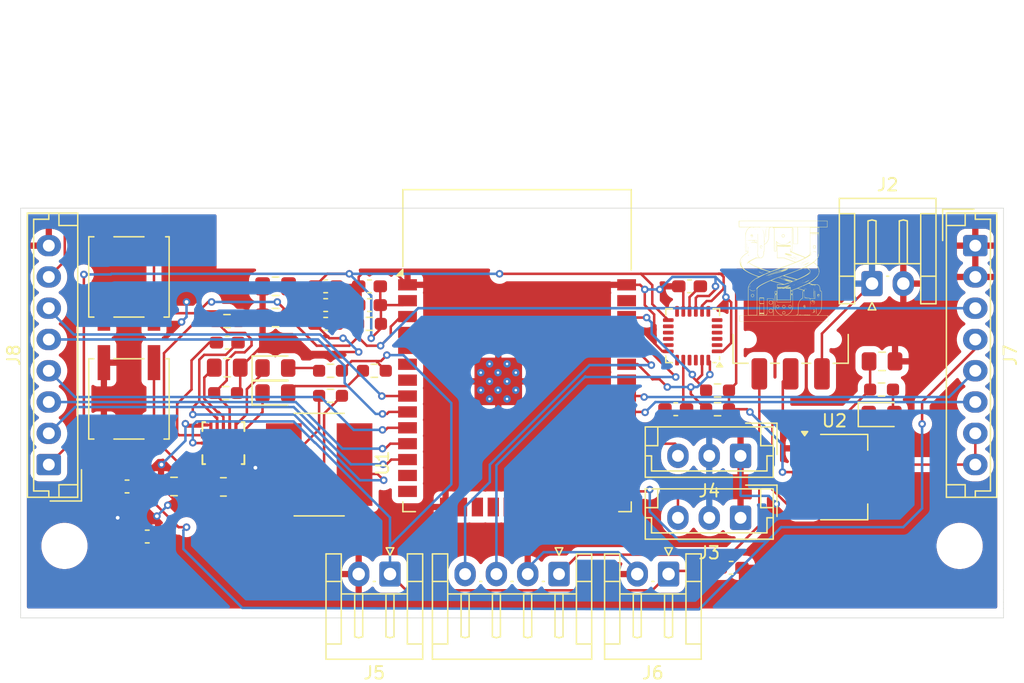
<source format=kicad_pcb>
(kicad_pcb (version 20240108) (generator "pcbnew") (generator_version "8.0")
  (layers (0 "F.Cu" signal) (31 "B.Cu" signal) (34 "B.Paste" user) (35 "F.Paste" user) (36 "B.SilkS" user "B.Silkscreen") (37 "F.SilkS" user "F.Silkscreen") (38 "B.Mask" user) (39 "F.Mask" user) (44 "Edge.Cuts" user))
  (net 0 "")
  (net 2 "GND")
  (net 3 "Net-(SW3-B)")
  (net 5 "VCC")
  (net 6 "Net-(U3-SW)")
  (net 7 "Net-(U3-BST)")
  (net 10 "+3.3V")
  (net 11 "+7.5V")
  (net 13 "Net-(U3-TMR)")
  (net 14 "EN")
  (net 15 "Net-(U3-VCC)")
  (net 19 "Net-(U4-REGOUT)")
  (net 23 "Net-(U4-CPOUT)")
  (net 25 "Net-(D2-A)")
  (net 26 "Net-(D2-K)")
  (net 28 "Net-(D3-K)")
  (net 29 "Net-(D3-A)")
  (net 31 "RX")
  (net 35 "BOOT")
  (net 36 "+5V")
  (net 37 "Net-(D1-A)")
  (net 38 "TX")
  (net 39 "MOTOR_H")
  (net 40 "MOTOR_V")
  (net 41 "RX2")
  (net 42 "TX2")
  (net 43 "IO32")
  (net 44 "IO33")
  (net 45 "IO27")
  (net 46 "IO26")
  (net 47 "IO25")
  (net 49 "Net-(U3-CSP)")
  (net 50 "Net-(U3-NTC)")
  (net 51 "Net-(U3-*EN)")
  (net 52 "SCL")
  (net 53 "SDA")
  (footprint "Connector_JST:JST_EH_S2B-EH_1x02_P2.50mm_Horizontal" (layer "F.Cu") (at 117.25 143.75 180)
    (property "Reference" "J5")
    (property "Value" "Conn_01x02_Socket")
  )
  (footprint "Resistor_SMD:R_0603_1608Metric_Pad0.98x0.95mm_HandSolder" (layer "F.Cu") (at 116 127.5 180)
    (property "Reference" "R4" (hide yes))
    (property "Value" "1K")
  )
  (footprint "LED_SMD:LED_0805_2012Metric_Pad1.15x1.40mm_HandSolder" (layer "F.Cu") (at 108.094 129.2813)
    (property "Reference" "D3" (hide yes))
    (property "Value" "LED")
  )
  (footprint "Resistor_SMD:R_0603_1608Metric_Pad0.98x0.95mm_HandSolder" (layer "F.Cu") (at 112.5 129.5)
    (property "Reference" "R5" (hide yes))
    (property "Value" "50m")
  )
  (footprint "Capacitor_SMD:C_0805_2012Metric_Pad1.18x1.45mm_HandSolder" (layer "F.Cu") (at 108.1125 123.25)
    (property "Reference" "C3" (hide yes))
    (property "Value" "1uF")
  )
  (footprint "RF_Module:ESP32-WROOM-32D" (layer "F.Cu") (at 127.4 128.88)
    (property "Reference" "U1")
    (property "Value" "ESP32-WROOM-32E")
  )
  (footprint "Resistor_SMD:R_0603_1608Metric_Pad0.98x0.95mm_HandSolder" (layer "F.Cu") (at 143.4125 130.575 180)
    (property "Reference" "R10" (hide yes))
    (property "Value" "4.7k")
  )
  (footprint "Capacitor_SMD:C_0805_2012Metric_Pad1.18x1.45mm_HandSolder" (layer "F.Cu") (at 100 136.75)
    (property "Reference" "C12" (hide yes))
    (property "Value" "1uF")
  )
  (footprint "Capacitor_SMD:C_0603_1608Metric_Pad1.08x0.95mm_HandSolder" (layer "F.Cu") (at 144.5 143.25)
    (property "Reference" "C8" (hide yes))
    (property "Value" "22uF")
  )
  (footprint "Capacitor_SMD:C_0603_1608Metric_Pad1.08x0.95mm_HandSolder" (layer "F.Cu") (at 112.1125 120.75 180)
    (property "Reference" "C13" (hide yes))
    (property "Value" "0.1uF")
  )
  (footprint "Capacitor_SMD:C_0603_1608Metric_Pad1.08x0.95mm_HandSolder" (layer "F.Cu") (at 112.1125 122.25 180)
    (property "Reference" "C14" (hide yes))
    (property "Value" "0.1uF")
  )
  (footprint "LED_SMD:LED_0805_2012Metric_Pad1.15x1.40mm_HandSolder" (layer "F.Cu") (at 156.5125 131)
    (property "Reference" "D1" (hide yes))
    (property "Value" "LED")
  )
  (footprint "Resistor_SMD:R_0603_1608Metric_Pad0.98x0.95mm_HandSolder" (layer "F.Cu") (at 115.6125 123.75 180)
    (property "Reference" "R1" (hide yes))
    (property "Value" "10k")
  )
  (footprint "Resistor_SMD:R_0603_1608Metric_Pad0.98x0.95mm_HandSolder" (layer "F.Cu") (at 143.4125 129.075 180)
    (property "Reference" "R9" (hide yes))
    (property "Value" "4.7k")
  )
  (footprint "Connector_JST:JST_EH_S2B-EH_1x02_P2.50mm_Horizontal" (layer "F.Cu") (at 155.75 120.5325)
    (property "Reference" "J2")
    (property "Value" "Conn_01x02_Socket")
  )
  (footprint "Connector_JST:JST_EH_B3B-EH-A_1x03_P2.50mm_Vertical" (layer "F.Cu") (at 145.25 134.3 180)
    (property "Reference" "J4")
    (property "Value" "Conn_01x03_Socket")
  )
  (footprint "Connector_JST:JST_EH_B8B-EH-A_1x08_P2.50mm_Vertical" (layer "F.Cu") (at 90 135 90)
    (property "Reference" "J8")
    (property "Value" "Conn_01x08_Socket")
  )
  (footprint "Inductor_SMD:L_Bourns_SRN8040TA" (layer "F.Cu") (at 111.594 135 180)
    (property "Reference" "L1" (hide yes))
    (property "Value" "6.8uH")
  )
  (footprint "Button_Switch_SMD:SW_Push_1P1T_NO_CK_KSC6xxJ" (layer "F.Cu") (at 96.4 129.75 90)
    (property "Reference" "SW2" (hide yes))
    (property "Value" "SW_Push")
  )
  (footprint "Connector_JST:JST_EH_B3B-EH-A_1x03_P2.50mm_Vertical" (layer "F.Cu") (at 145.25 139.25 180)
    (property "Reference" "J3")
    (property "Value" "Conn_01x03_Socket")
  )
  (footprint "Capacitor_SMD:C_0603_1608Metric_Pad1.08x0.95mm_HandSolder" (layer "F.Cu") (at 140.075 130.575 180)
    (property "Reference" "C16" (hide yes))
    (property "Value" "220pF")
  )
  (footprint "LED_SMD:LED_0805_2012Metric_Pad1.15x1.40mm_HandSolder" (layer "F.Cu") (at 108.094 127.2813)
    (property "Reference" "D2" (hide yes))
    (property "Value" "LED")
  )
  (footprint "Connector_JST:JST_EH_S4B-EH_1x04_P2.50mm_Horizontal" (layer "F.Cu") (at 130.75 143.75 180)
    (property "Reference" "J1" (hide yes))
    (property "Value" "Conn_01x04_Socket")
  )
  (footprint "Capacitor_SMD:C_0603_1608Metric_Pad1.08x0.95mm_HandSolder" (layer "F.Cu") (at 115.6125 120.75 180)
    (property "Reference" "C1" (hide yes))
    (property "Value" "22uF")
  )
  (footprint "Capacitor_SMD:C_0603_1608Metric_Pad1.08x0.95mm_HandSolder" (layer "F.Cu") (at 112.1125 123.75 180)
    (property "Reference" "C6" (hide yes))
    (property "Value" "0.1uF")
  )
  (footprint "Button_Switch_SMD:SW_Push_1P1T_NO_CK_KSC6xxJ" (layer "F.Cu") (at 96.4 120 90)
    (property "Reference" "SW1" (hide yes))
    (property "Value" "SW_Push")
  )
  (footprint "Capacitor_SMD:C_0805_2012Metric_Pad1.18x1.45mm_HandSolder" (layer "F.Cu") (at 156.55 126.75)
    (property "Reference" "C4" (hide yes))
    (property "Value" "10uF")
  )
  (footprint "LOGO" (layer "F.Cu") (at 148.75 119.75)
    (property "Reference" "G***" (hide yes))
    (property "Value" "LOGO" (hide yes))
  )
  (footprint "Resistor_SMD:R_0603_1608Metric_Pad0.98x0.95mm_HandSolder" (layer "F.Cu") (at 112.5 127.5 180)
    (property "Reference" "R3" (hide yes))
    (property "Value" "1K")
  )
  (footprint "Resistor_SMD:R_0603_1608Metric_Pad0.98x0.95mm_HandSolder" (layer "F.Cu") (at 104.119 129.2813)
    (property "Reference" "R7" (hide yes))
    (property "Value" "10k")
  )
  (footprint "Capacitor_SMD:C_0603_1608Metric_Pad1.08x0.95mm_HandSolder" (layer "F.Cu") (at 104.25 125.25 180)
    (property "Reference" "C9" (hide yes))
    (property "Value" "0.1uF")
  )
  (footprint "Sensor_Motion:InvenSense_QFN-24_4x4mm_P0.5mm" (layer "F.Cu") (at 141.4265 124.7 180)
    (property "Reference" "U4" (hide yes))
    (property "Value" "MPU-6050")
  )
  (footprint "Capacitor_SMD:C_0603_1608Metric_Pad1.08x0.95mm_HandSolder" (layer "F.Cu") (at 115.6125 122.25 180)
    (property "Reference" "C2" (hide yes))
    (property "Value" "0.1uF")
  )
  (footprint "Capacitor_SMD:C_0603_1608Metric_Pad1.08x0.95mm_HandSolder" (layer "F.Cu") (at 141.1765 120.75)
    (property "Reference" "C15" (hide yes))
    (property "Value" "0.1uF")
  )
  (footprint "Package_TO_SOT_SMD:SOT-223-3_TabPin2" (layer "F.Cu") (at 153.5 136)
    (property "Reference" "U2")
    (property "Value" "AMS1117-3.3")
  )
  (footprint "Capacitor_SMD:C_0603_1608Metric_Pad1.08x0.95mm_HandSolder" (layer "F.Cu") (at 97.8625 140.75)
    (property "Reference" "C10" (hide yes))
    (property "Value" "22uF")
  )
  (footprint "Button_Switch_SMD:SW_SPDT_CK_JS102011SAQN" (layer "F.Cu") (at 149.25 125 180)
    (property "Reference" "SW3" (hide yes))
    (property "Value" "SW_SPDT")
  )
  (footprint "MountingHole:MountingHole_3.2mm_M3" (layer "F.Cu") (at 91.25 141.5)
    (property "Reference" "H1" (hide yes))
    (property "Value" "MountingHole")
  )
  (footprint "Resistor_SMD:R_0805_2012Metric_Pad1.20x1.40mm_HandSolder" (layer "F.Cu") (at 103.944 136.7813 180)
    (property "Reference" "R8" (hide yes))
    (property "Value" "100k")
  )
  (footprint "MountingHole:MountingHole_3.2mm_M3" (layer "F.Cu") (at 162.75 141.5)
    (property "Reference" "H2" (hide yes))
    (property "Value" "MountingHole")
  )
  (footprint "Connector_JST:JST_EH_S2B-EH_1x02_P2.50mm_Horizontal" (layer "F.Cu") (at 139.5 143.75 180)
    (property "Reference" "J6")
    (property "Value" "Conn_01x02_Socket")
  )
  (footprint "Capacitor_SMD:C_0805_2012Metric_Pad1.18x1.45mm_HandSolder" (layer "F.Cu") (at 108.1125 120.75 180)
    (property "Reference" "C5" (hide yes))
    (property "Value" "10uF")
  )
  (footprint "Resistor_SMD:R_0603_1608Metric_Pad0.98x0.95mm_HandSolder" (layer "F.Cu") (at 156.5125 129)
    (property "Reference" "R2" (hide yes))
    (property "Value" "1K")
  )
  (footprint "MP2615:QFN-3x3_MP2615_MNP" (layer "F.Cu") (at 103.944 133.2813)
    (property "Reference" "U3" (hide yes))
    (property "Value" "MP2615GQ-P")
  )
  (footprint "Resistor_SMD:R_0603_1608Metric_Pad0.98x0.95mm_HandSolder" (layer "F.Cu") (at 104.2315 123.5313 180)
    (property "Reference" "R6" (hide yes))
    (property "Value" "10k")
  )
  (footprint "Capacitor_SMD:C_0805_2012Metric_Pad1.18x1.45mm_HandSolder" (layer "F.Cu") (at 104.25 127.25)
    (property "Reference" "C11" (hide yes))
    (property "Value" "1uF")
  )
  (footprint "Connector_JST:JST_EH_B8B-EH-A_1x08_P2.50mm_Vertical" (layer "F.Cu") (at 164 117.5 -90)
    (property "Reference" "J7")
    (property "Value" "Conn_01x08_Socket")
  )
  (footprint "Capacitor_SMD:C_0603_1608Metric_Pad1.08x0.95mm_HandSolder" (layer "F.Cu") (at 96.25 136.75 180)
    (property "Reference" "C7" (hide yes))
    (property "Value" "0.1uF")
  )
  (gr_line (start 166.25 146.5) (end 166.25 146) (stroke (width 0.05)) (layer "Edge.Cuts"))
  (gr_line (start 166.25 114.5) (end 87.75 114.5) (stroke (width 0.05)) (layer "Edge.Cuts"))
  (gr_line (start 87.75 146) (end 87.75 146.5) (stroke (width 0.05)) (layer "Edge.Cuts"))
  (gr_line (start 87.75 145) (end 87.75 146) (stroke (width 0.05)) (layer "Edge.Cuts"))
  (gr_line (start 87.75 147.25) (end 166.25 147.25) (stroke (width 0.05)) (layer "Edge.Cuts"))
  (gr_line (start 166.25 147.25) (end 166.25 146.5) (stroke (width 0.05)) (layer "Edge.Cuts"))
  (gr_line (start 166.25 145) (end 166.25 114.5) (stroke (width 0.05)) (layer "Edge.Cuts"))
  (gr_line (start 87.75 114.5) (end 87.75 145) (stroke (width 0.05)) (layer "Edge.Cuts"))
  (gr_line (start 87.75 147) (end 87.75 147.25) (stroke (width 0.05)) (layer "Edge.Cuts"))
  (gr_line (start 87.75 146.5) (end 87.75 147) (stroke (width 0.05)) (layer "Edge.Cuts"))
  (gr_line (start 166.25 146) (end 166.25 145) (stroke (width 0.05)) (layer "Edge.Cuts"))
  (segment (start 140.6765 122.55) (end 140.6765 121.1125) (width 0.2) (layer "F.Cu") (net 2))
  (segment (start 141.829686 121.525) (end 142.725 121.525) (width 0.2) (layer "F.Cu") (net 2))
  (segment (start 107.6125 126) (end 107.075 125.4625) (width 0.2) (layer "F.Cu") (net 2))
  (segment (start 143.25 121) (end 143.25 120.75) (width 0.2) (layer "F.Cu") (net 2))
  (segment (start 101.584744 137.8) (end 100.0125 137.8) (width 0.2) (layer "F.Cu") (net 2))
  (segment (start 96.1 124.6) (end 94.4 122.9) (width 0.2) (layer "F.Cu") (net 2))
  (segment (start 100.0125 137.8) (end 98.9625 136.75) (width 0.2) (layer "F.Cu") (net 2))
  (segment (start 139.4765 125.95) (end 139.01909 125.95) (width 0.2) (layer "F.Cu") (net 2))
  (segment (start 101.010095 131.8313) (end 100.91132 131.732525) (width 0.2) (layer "F.Cu") (net 2))
  (segment (start 104.944001 136.781299) (end 104.944 136.7813) (width 0.2) (layer "F.Cu") (net 2))
  (segment (start 141.6765 122.75) (end 141.6765 121.678186) (width 0.2) (layer "F.Cu") (net 2))
  (segment (start 143.83391 125.95) (end 144.5 125.28391) (width 0.2) (layer "F.Cu") (net 2))
  (segment (start 112.4 124.9) (end 113.5 124.9) (width 0.2) (layer "F.Cu") (net 2))
  (segment (start 138.35 125.28091) (end 138.35 123.001471) (width 0.2) (layer "F.Cu") (net 2))
  (segment (start 141.6765 121.678186) (end 141.829686 121.525) (width 0.2) (layer "F.Cu") (net 2))
  (segment (start 137.6 122.251471) (end 137.6 121) (width 0.2) (layer "F.Cu") (net 2))
  (segment (start 101.925 135.750299) (end 101.925 137.459744) (width 0.2) (layer "F.Cu") (net 2))
  (segment (start 102.943999 134.7313) (end 101.925 135.750299) (width 0.2) (layer "F.Cu") (net 2))
  (segment (start 140.314 120.75) (end 139.05 120.75) (width 0.2) (layer "F.Cu") (net 2))
  (segment (start 100.0125 137.8) (end 99.5625 138.25) (width 0.2) (layer "F.Cu") (net 2))
  (segment (start 137.23 120.63) (end 137.6 121) (width 0.2) (layer "F.Cu") (net 2))
  (segment (start 100.6 123.6) (end 99.6 124.6) (width 0.2) (layer "F.Cu") (net 2))
  (segment (start 112.975 122.25) (end 112.75 122.25) (width 0.2) (layer "F.Cu") (net 2))
  (segment (start 143.3765 125.95) (end 143.83391 125.95) (width 0.2) (layer "F.Cu") (net 2))
  (segment (start 102.943999 131.8313) (end 101.010095 131.8313) (width 0.2) (layer "F.Cu") (net 2))
  (segment (start 99.5625 138.25) (end 99.5 138.25) (width 0.2) (layer "F.Cu") (net 2))
  (segment (start 139.01909 125.95) (end 138.35 125.28091) (width 0.2) (layer "F.Cu") (net 2))
  (segment (start 114.75 120) (end 115.25 119.5) (width 0.2) (layer "F.Cu") (net 2))
  (segment (start 101.925 137.459744) (end 101.584744 137.8) (width 0.2) (layer "F.Cu") (net 2))
  (segment (start 107.075 120.75) (end 102.25 120.75) (width 0.2) (layer "F.Cu") (net 2))
  (segment (start 107.075 123.25) (end 107.075 120.75) (width 0.2) (layer "F.Cu") (net 2))
  (segment (start 107.075 123.25) (end 107.075 125.4625) (width 0.2) (layer "F.Cu") (net 2))
  (segment (start 139.05 120.75) (end 138.8 121) (width 0.2) (layer "F.Cu") (net 2))
  (segment (start 112.975 120.75) (end 112.975 122.25) (width 0.2) (layer "F.Cu") (net 2))
  (segment (start 105.2875 129.0253) (end 105.0315 129.2813) (width 0.2) (layer "F.Cu") (net 2))
  (segment (start 136.15 120.63) (end 137.23 120.63) (width 0.2) (layer "F.Cu") (net 2))
  (segment (start 99 135) (end 99 136.7125) (width 0.2) (layer "F.Cu") (net 2))
  (segment (start 138.35 123.001471) (end 137.6 122.251471) (width 0.2) (layer "F.Cu") (net 2))
  (segment (start 114.75 120.75) (end 114.75 122.25) (width 0.2) (layer "F.Cu") (net 2))
  (segment (start 117.52 119.5) (end 118.65 120.63) (width 0.2) (layer "F.Cu") (net 2))
  (segment (start 103.9253 137.8) (end 101.584744 137.8) (width 0.2) (layer "F.Cu") (net 2))
  (segment (start 111.25 123.75) (end 112.4 124.9) (width 0.2) (layer "F.Cu") (net 2))
  (segment (start 104.944001 134.7313) (end 104.944001 136.781299) (width 0.2) (layer "F.Cu") (net 2))
  (segment (start 104.944 136.7813) (end 103.9253 137.8) (width 0.2) (layer "F.Cu") (net 2))
  (segment (start 99.6 124.6) (end 96.1 124.6) (width 0.2) (layer "F.Cu") (net 2))
  (segment (start 99 136.7125) (end 98.9625 136.75) (width 0.2) (layer "F.Cu") (net 2))
  (segment (start 98.631985 139.118015) (end 98.631985 140.656985) (width 0.2) (layer "F.Cu") (net 2))
  (segment (start 112.75 122.25) (end 111.25 123.75) (width 0.2) (layer "F.Cu") (net 2))
  (segment (start 114.75 120.75) (end 114.75 120) (width 0.2) (layer "F.Cu") (net 2))
  (segment (start 94.4 122.9) (end 94.4 117.1) (width 0.2) (layer "F.Cu") (net 2))
  (segment (start 112.975 122.25) (end 114.75 122.25) (width 0.2) (layer "F.Cu") (net 2))
  (segment (start 102.25 120.75) (end 101 122) (width 0.2) (layer "F.Cu") (net 2))
  (segment (start 140.264 120.8) (end 140.314 120.75) (width 0.2) (layer "F.Cu") (net 2))
  (segment (start 98.631985 140.656985) (end 98.725 140.75) (width 0.2) (layer "F.Cu") (net 2))
  (segment (start 102.943999 134.7313) (end 103.444001 134.7313) (width 0.2) (layer "F.Cu") (net 2))
  (segment (start 105.2875 127.25) (end 105.2875 129.0253) (width 0.2) (layer "F.Cu") (net 2))
  (segment (start 144.082605 121.614453) (end 144.5 122.031848) (width 0.2) (layer "F.Cu") (net 2))
  (segment (start 142.725 121.525) (end 143.25 121) (width 0.2) (layer "F.Cu") (net 2))
  (segment (start 115.25 119.5) (end 117.52 119.5) (width 0.2) (layer "F.Cu") (net 2))
  (segment (start 114.75 126) (end 107.6125 126) (width 0.2) (layer "F.Cu") (net 2))
  (segment (start 107.075 125.4625) (end 105.2875 127.25) (width 0.2) (layer "F.Cu") (net 2))
  (segment (start 140.6765 121.1125) (end 140.314 120.75) (width 0.2) (layer "F.Cu") (net 2))
  (segment (start 144.5 122.031848) (end 144.5 125.28391) (width 0.2) (layer "F.Cu") (net 2))
  (segment (start 121.69 138.39) (end 121.48 138.6) (width 0.2) (layer "F.Cu") (net 2))
  (via (at 101 122) (size 0.6) (drill 0.3) (layers "F.Cu" "B.Cu") (net 2))
  (via (at 138.8 121) (size 0.6) (drill 0.3) (layers "F.Cu" "B.Cu") (net 2))
  (via (at 98.631985 139.118015) (size 0.6) (drill 0.3) (layers "F.Cu" "B.Cu") (net 2))
  (via (at 114.75 126) (size 0.6) (drill 0.3) (layers "F.Cu" "B.Cu") (net 2))
  (via (at 113.5 124.9) (size 0.6) (drill 0.3) (layers "F.Cu" "B.Cu") (net 2))
  (via (at 137.6 121) (size 0.6) (drill 0.3) (layers "F.Cu" "B.Cu") (net 2))
  (via (at 99 135) (size 0.6) (drill 0.3) (layers "F.Cu" "B.Cu") (net 2))
  (via (at 148.100735 138.149265) (size 0.6) (drill 0.3) (layers "F.Cu" "B.Cu") (net 2))
  (via (at 100.91132 131.732525) (size 0.6) (drill 0.3) (layers "F.Cu" "B.Cu") (net 2))
  (via (at 99.5 138.25) (size 0.6) (drill 0.3) (layers "F.Cu" "B.Cu") (net 2))
  (via (at 100.6 123.6) (size 0.6) (drill 0.3) (layers "F.Cu" "B.Cu") (net 2))
  (via (at 144.082605 121.614453) (size 0.6) (drill 0.3) (layers "F.Cu" "B.Cu") (net 2))
  (via (at 143.25 120.75) (size 0.6) (drill 0.3) (layers "F.Cu" "B.Cu") (net 2))
  (segment (start 101 122) (end 101 123.2) (width 0.2) (layer "B.Cu") (net 2))
  (segment (start 148.100735 138.100735) (end 147.5 137.5) (width 0.2) (layer "B.Cu") (net 2))
  (segment (start 113.5 124.9) (end 113.65 124.9) (width 0.2) (layer "B.Cu") (net 2))
  (segment (start 148.100735 138.149265) (end 148.100735 138.100735) (width 0.2) (layer "B.Cu") (net 2))
  (segment (start 143.25 120) (end 144 120.75) (width 0.2) (layer "B.Cu") (net 2))
  (segment (start 99.5 138.25) (end 98.631985 139.118015) (width 0.2) (layer "B.Cu") (net 2))
  (segment (start 100.91132 131.732525) (end 100.91132 133.08868) (width 0.2) (layer "B.Cu") (net 2))
  (segment (start 144 120.75) (end 144 121.531848) (width 0.2) (layer "B.Cu") (net 2))
  (segment (start 147.5 137.5) (end 145.29 137.5) (width 0.2) (layer "B.Cu") (net 2))
  (segment (start 101 123.2) (end 100.6 123.6) (width 0.2) (layer "B.Cu") (net 2))
  (segment (start 135.475 142) (end 129.525 142) (width 0.2) (layer "B.Cu") (net 2))
  (segment (start 144 121.531848) (end 144.082605 121.614453) (width 0.2) (layer "B.Cu") (net 2))
  (segment (start 139.8 120) (end 138.8 121) (width 0.2) (layer "B.Cu") (net 2))
  (segment (start 129.525 142) (end 128.25 143.275) (width 0.2) (layer "B.Cu") (net 2))
  (segment (start 145.25 137.46) (end 145.25 134.3) (width 0.2) (layer "B.Cu") (net 2))
  (segment (start 136.75 143.275) (end 135.475 142) (width 0.2) (layer "B.Cu") (net 2))
  (segment (start 143.25 120) (end 139.8 120) (width 0.2) (layer "B.Cu") (net 2))
  (segment (start 145.29 137.5) (end 145.25 137.46) (width 0.2) (layer "B.Cu") (net 2))
  (segment (start 143.25 120.75) (end 143.25 120) (width 0.2) (layer "B.Cu") (net 2))
  (segment (start 100.91132 133.08868) (end 99 135) (width 0.2) (layer "B.Cu") (net 2))
  (segment (start 113.65 124.9) (end 114.75 126) (width 0.2) (layer "B.Cu") (net 2))
  (segment (start 137.6 121) (end 138.8 121) (width 0.2) (layer "B.Cu") (net 2))
  (segment (start 149.25 127.75) (end 148.625 128.375) (width 0.2) (layer "F.Cu") (net 3))
  (segment (start 148.625 130.9) (end 153.7 130.9) (width 0.2) (layer "F.Cu") (net 3))
  (segment (start 147.8 137) (end 147.8 131.725) (width 0.2) (layer "F.Cu") (net 3))
  (segment (start 150.35 138.3) (end 149.1 138.3) (width 0.2) (layer "F.Cu") (net 3))
  (segment (start 153.7 130.9) (end 155.6 129) (width 0.2) (layer "F.Cu") (net 3))
  (segment (start 147.8 131.725) (end 148.625 130.9) (width 0.2) (layer "F.Cu") (net 3))
  (segment (start 155.6 126.8375) (end 155.5125 126.75) (width 0.2) (layer "F.Cu") (net 3))
  (segment (start 148.625 128.375) (end 148.625 130.9) (width 0.2) (layer "F.Cu") (net 3))
  (segment (start 155.6 129) (end 155.6 126.8375) (width 0.2) (layer "F.Cu") (net 3))
  (segment (start 149.1 138.3) (end 147.8 137) (width 0.2) (layer "F.Cu") (net 3))
  (segment (start 116.1375 126.725) (end 116.525 126.725) (width 0.2) (layer "F.Cu") (net 5))
  (segment (start 118.55 145.05) (end 138.2 145.05) (width 0.2) (layer "F.Cu") (net 5))
  (segment (start 101.5 133.25) (end 101.5313 133.2813) (width 0.2) (layer "F.Cu") (net 5))
  (segment (start 114.1875 126.725) (end 116.1375 126.725) (width 0.2) (layer "F.Cu") (net 5))
  (segment (start 117.25 143.75) (end 118.55 145.05) (width 0.2) (layer "F.Cu") (net 5))
  (segment (start 138.2 145.05) (end 139.5 143.75) (width 0.2) (layer "F.Cu") (net 5))
  (segment (start 116.525 126.725) (end 117 126.25) (width 0.2) (layer "F.Cu") (net 5))
  (segment (start 143.3875 143.5) (end 143.6375 143.25) (width 0.2) (layer "F.Cu") (net 5))
  (segment (start 113.4125 127.5) (end 114.1875 126.725) (width 0.2) (layer "F.Cu") (net 5))
  (segment (start 101.5313 133.2813) (end 102.794 133.2813) (width 0.2) (layer "F.Cu") (net 5))
  (segment (start 116.1375 126.725) (end 116.9125 127.5) (width 0.2) (layer "F.Cu") (net 5))
  (segment (start 139.5 143.5) (end 143.3875 143.5) (width 0.2) (layer "F.Cu") (net 5))
  (via (at 117 126.25) (size 0.6) (drill 0.3) (layers "F.Cu" "B.Cu") (net 5))
  (via (at 101.5 133.25) (size 0.6) (drill 0.3) (layers "F.Cu" "B.Cu") (net 5))
  (segment (start 111.25 133.25) (end 111.277942 133.25) (width 0.2) (layer "B.Cu") (net 5))
  (segment (start 101.5 133.25) (end 101.5 131.848529) (width 0.2) (layer "B.Cu") (net 5))
  (segment (start 117.25 139.222058) (end 117.25 141.4675) (width 0.2) (layer "B.Cu") (net 5))
  (segment (start 122.15 136.5675) (end 117.25 141.4675) (width 0.2) (layer "B.Cu") (net 5))
  (segment (start 117 126.25) (end 118.315685 126.25) (width 0.2) (layer "B.Cu") (net 5))
  (segment (start 101.799265 131.549264) (end 109.549264 131.549264) (width 0.2) (layer "B.Cu") (net 5))
  (segment (start 111.277942 133.25) (end 117.25 139.222058) (width 0.2) (layer "B.Cu") (net 5))
  (segment (start 122.15 130.084315) (end 122.15 136.5675) (width 0.2) (layer "B.Cu") (net 5))
  (segment (start 118.315685 126.25) (end 122.15 130.084315) (width 0.2) (layer "B.Cu") (net 5))
  (segment (start 101.5 131.848529) (end 101.799265 131.549264) (width 0.2) (layer "B.Cu") (net 5))
  (segment (start 109.549264 131.549264) (end 111.25 133.25) (width 0.2) (layer "B.Cu") (net 5))
  (segment (start 117.25 141.4675) (end 117.25 143.75) (width 0.2) (layer "B.Cu") (net 5))
  (segment (start 100.4 132.65) (end 100.25 132.5) (width 0.2) (layer "F.Cu") (net 6))
  (segment (start 102.794 132.781301) (end 102.662699 132.65) (width 0.2) (layer "F.Cu") (net 6))
  (segment (start 101.4 126.671814) (end 102.821814 125.25) (width 0.2) (layer "F.Cu") (net 6))
  (segment (start 102.821814 125.25) (end 103.3875 125.25) (width 0.2) (layer "F.Cu") (net 6))
  (segment (start 101.4 129) (end 101.4 126.671814) (width 0.2) (layer "F.Cu") (net 6))
  (segment (start 100.25 130.15) (end 101.4 129) (width 0.2) (layer "F.Cu") (net 6))
  (segment (start 100.25 132.5) (end 100.25 130.15) (width 0.2) (layer "F.Cu") (net 6))
  (segment (start 102.662699 132.65) (end 100.4 132.65) (width 0.2) (layer "F.Cu") (net 6))
  (segment (start 103.444001 131.248702) (end 103.353994 131.248702) (width 0.2) (layer "F.Cu") (net 7))
  (segment (start 102.019 126.6185) (end 102.4125 126.225) (width 0.2) (layer "F.Cu") (net 7))
  (segment (start 102.4125 126.225) (end 104.1375 126.225) (width 0.2) (layer "F.Cu") (net 7))
  (segment (start 116.25 135.75) (end 115.169 135.75) (width 0.2) (layer "F.Cu") (net 7))
  (segment (start 102.019 129.913708) (end 101.5 130.432708) (width 0.2) (layer "F.Cu") (net 7))
  (segment (start 115.169 135.75) (end 114.419 135) (width 0.2) (layer "F.Cu") (net 7))
  (segment (start 102.019 129.913708) (end 102.019 126.6185) (width 0.2) (layer "F.Cu") (net 7))
  (segment (start 103.444001 131.248702) (end 103.444001 131.8313) (width 0.2) (layer "F.Cu") (net 7))
  (segment (start 104.1375 126.225) (end 105.1125 125.25) (width 0.2) (layer "F.Cu") (net 7))
  (segment (start 116.75 136.25) (end 116.25 135.75) (width 0.2) (layer "F.Cu") (net 7))
  (segment (start 103.353994 131.248702) (end 102.019 129.913708) (width 0.2) (layer "F.Cu") (net 7))
  (segment (start 101.5 130.432708) (end 101.5 131) (width 0.2) (layer "F.Cu") (net 7))
  (via (at 101.5 131) (size 0.6) (drill 0.3) (layers "F.Cu" "B.Cu") (net 7))
  (via (at 116.75 136.25) (size 0.6) (drill 0.3) (layers "F.Cu" "B.Cu") (net 7))
  (segment (start 114.843628 136.25) (end 116.75 136.25) (width 0.2) (layer "B.Cu") (net 7))
  (segment (start 101.5 131) (end 109.593628 131) (width 0.2) (layer "B.Cu") (net 7))
  (segment (start 109.593628 131) (end 114.843628 136.25) (width 0.2) (layer "B.Cu") (net 7))
  (segment (start 157.65 135) (end 164 135) (width 0.2) (layer "F.Cu") (net 10))
  (segment (start 142.1765 122.29259) (end 142.54409 121.925) (width 0.2) (layer "F.Cu") (net 10))
  (segment (start 145.775 130.575) (end 146 130.8) (width 0.2) (layer "F.Cu") (net 10))
  (segment (start 143.5 119.75) (end 137.295 119.75) (width 0.2) (layer "F.Cu") (net 10))
  (segment (start 143.9 120) (end 143.65 119.75) (width 0.2) (layer "F.Cu") (net 10))
  (segment (start 142.1765 122.75) (end 142.1765 122.29259) (width 0.2) (layer "F.Cu") (net 10))
  (segment (start 116.525 122.3) (end 116.475 122.25) (width 0.2) (layer "F.Cu") (net 10))
  (segment (start 138.2 122.1735) (end 138.2 120.655) (width 0.2) (layer "F.Cu") (net 10))
  (segment (start 92.8 132.2) (end 92.8 120) (width 0.2) (layer "F.Cu") (net 10))
  (segment (start 142.923529 121.925) (end 143.9 120.948529) (width 0.2) (layer "F.Cu") (net 10))
  (segment (start 144.9 120.4) (end 144.875 120.375) (width 0.2) (layer "F.Cu") (net 10))
  (segment (start 143.9 120.948529) (end 143.9 120) (width 0.2) (layer "F.Cu") (net 10))
  (segment (start 149.95 135.6) (end 150.35 136) (width 0.2) (layer "F.Cu") (net 10))
  (segment (start 116.525 120.8) (end 116.475 120.75) (width 0.2) (layer "F.Cu") (net 10))
  (segment (start 116.475 122.25) (end 118.3 122.25) (width 0.2) (layer "F.Cu") (net 10))
  (segment (start 126 119.75) (end 137.295 119.75) (width 0.2) (layer "F.Cu") (net 10))
  (segment (start 118.3 122.25) (end 118.65 121.9) (width 0.2) (layer "F.Cu") (net 10))
  (segment (start 116.475 122.25) (end 116.475 120.75) (width 0.2) (layer "F.Cu") (net 10))
  (segment (start 142.54409 121.925) (end 142.923529 121.925) (width 0.2) (layer "F.Cu") (net 10))
  (segment (start 90 135) (end 92.8 132.2) (width 0.2) (layer "F.Cu") (net 10))
  (segment (start 111.25 120.75) (end 111.25 122.25) (width 0.2) (layer "F.Cu") (net 10))
  (segment (start 109.15 120.75) (end 111.25 120.75) (width 0.2) (layer "F.Cu") (net 10))
  (segment (start 164 132.5) (end 164 135) (width 0.2) (layer "F.Cu") (net 10))
  (segment (start 144.325 129.075) (end 144.9 128.5) (width 0.2) (layer "F.Cu") (net 10))
  (segment (start 116.525 123.75) (end 116.525 122.3) (width 0.2) (layer "F.Cu") (net 10))
  (segment (start 144.9 128.5) (end 144.9 120.4) (width 0.2) (layer "F.Cu") (net 10))
  (segment (start 148.6 135.6) (end 149.95 135.6) (width 0.2) (layer "F.Cu") (net 10))
  (segment (start 112.25 119.75) (end 114 119.75) (width 0.2) (layer "F.Cu") (net 10))
  (segment (start 150.35 136) (end 156.65 136) (width 0.2) (layer "F.Cu") (net 10))
  (segment (start 144.325 130.575) (end 145.775 130.575) (width 0.2) (layer "F.Cu") (net 10))
  (segment (start 143.65 119.75) (end 143.5 119.75) (width 0.2) (layer "F.Cu") (net 10))
  (segment (start 116.525 124.125) (end 115.75 124.9) (width 0.2) (layer "F.Cu") (net 10))
  (segment (start 138.2 120.655) (end 137.425 119.88) (width 0.2) (layer "F.Cu") (net 10))
  (segment (start 144.875 120.375) (end 144.25 119.75) (width 0.2) (layer "F.Cu") (net 10))
  (segment (start 139.4765 123.45) (end 138.2 122.1735) (width 0.2) (layer "F.Cu") (net 10))
  (segment (start 156.65 136) (end 157.65 135) (width 0.2) (layer "F.Cu") (net 10))
  (segment (start 144.25 119.75) (end 143.5 119.75) (width 0.2) (layer "F.Cu") (net 10))
  (segment (start 116.525 123.75) (end 116.525 124.125) (width 0.2) (layer "F.Cu") (net 10))
  (segment (start 137.295 119.75) (end 137.425 119.88) (width 0.2) (layer "F.Cu") (net 10))
  (segment (start 92.8 120) (end 92.8 119.8) (width 0.2) (layer "F.Cu") (net 10))
  (segment (start 144.325 130.575) (end 144.325 129.075) (width 0.2) (layer "F.Cu") (net 10))
  (segment (start 111.25 120.75) (end 112.25 119.75) (width 0.2) (layer "F.Cu") (net 10))
  (via (at 115.75 124.9) (size 0.6) (drill 0.3) (layers "F.Cu" "B.Cu") (net 10))
  (via (at 92.8 119.8) (size 0.6) (drill 0.3) (layers "F.Cu" "B.Cu") (net 10))
  (via (at 114 119.75) (size 0.6) (drill 0.3) (layers "F.Cu" "B.Cu") (net 10))
  (via (at 126 119.75) (size 0.6) (drill 0.3) (layers "F.Cu" "B.Cu") (net 10))
  (via (at 148.6 135.6) (size 0.6) (drill 0.3) (layers "F.Cu" "B.Cu") (net 10))
  (via (at 146 130.8) (size 0.6) (drill 0.3) (layers "F.Cu" "B.Cu") (net 10))
  (segment (start 115.75 124.9) (end 115.75 121.5) (width 0.2) (layer "B.Cu") (net 10))
  (segment (start 148.6 133.4) (end 148.6 135.6) (width 0.2) (layer "B.Cu") (net 10))
  (segment (start 115.75 121.5) (end 114 119.75) (width 0.2) (layer "B.Cu") (net 10))
  (segment (start 95 119.75) (end 114 119.75) (width 0.2) (layer "B.Cu") (net 10))
  (segment (start 146 130.8) (end 148.6 133.4) (width 0.2) (layer "B.Cu") (net 10))
  (segment (start 94.95 119.8) (end 95 119.75) (width 0.2) (layer "B.Cu") (net 10))
  (segment (start 114 119.75) (end 115.75 119.75) (width 0.2) (layer "B.Cu") (net 10))
  (segment (start 115.75 119.75) (end 126 119.75) (width 0.2) (layer "B.Cu") (net 10))
  (segment (start 92.8 119.8) (end 94.95 119.8) (width 0.2) (layer "B.Cu") (net 10))
  (segment (start 113.4125 129.5) (end 111.9875 130.925) (width 0.2) (layer "F.Cu") (net 11))
  (segment (start 111.9875 130.925) (end 111.9875 138.7625) (width 0.2) (layer "F.Cu") (net 11))
  (segment (start 151.75 127.75) (end 151.75 124.5325) (width 0.2) (layer "F.Cu") (net 11))
  (segment (start 105.094 133.781299) (end 105.094 133.844) (width 0.2) (layer "F.Cu") (net 11))
  (segment (start 106.5 138.75) (end 106.5 135.25) (width 0.2) (layer "F.Cu") (net 11))
  (segment (start 105.094 133.844) (end 106.5 135.25) (width 0.2) (layer "F.Cu") (net 11))
  (segment (start 151.75 124.5325) (end 155.75 120.5325) (width 0.2) (layer "F.Cu") (net 11))
  (segment (start 97 140.75) (end 95.5 139.25) (width 0.2) (layer "F.Cu") (net 11))
  (segment (start 107.25 139.5) (end 106.5 138.75) (width 0.2) (layer "F.Cu") (net 11))
  (segment (start 111.9875 138.7625) (end 111.25 139.5) (width 0.2) (layer "F.Cu") (net 11))
  (segment (start 111.25 139.5) (end 107.25 139.5) (width 0.2) (layer "F.Cu") (net 11))
  (via (at 95.5 139.25) (size 0.6) (drill 0.3) (layers "F.Cu" "B.Cu") (net 11))
  (via (at 106.5 135.25) (size 0.6) (drill 0.3) (layers "F.Cu" "B.Cu") (net 11))
  (segment (start 103.944 131.183015) (end 103.944 131.8313) (width 0.2) (layer "F.Cu") (net 13))
  (segment (start 103.464977 130.793999) (end 103.554984 130.793999) (width 0.2) (layer "F.Cu") (net 13))
  (segment (start 103.554984 130.793999) (end 103.944 131.183015) (width 0.2) (layer "F.Cu") (net 13))
  (segment (start 103.2125 127.25) (end 102.419 128.0435) (width 0.2) (layer "F.Cu") (net 13))
  (segment (start 102.419 128.0435) (end 102.419 129.748022) (width 0.2) (layer "F.Cu") (net 13))
  (segment (start 102.419 129.748022) (end 103.464977 130.793999) (width 0.2) (layer "F.Cu") (net 13))
  (segment (start 109.15 123.25) (end 109.15 122.9) (width 0.2) (layer "F.Cu") (net 14))
  (segment (start 101.825 122.9) (end 98.4 122.9) (width 0.2) (layer "F.Cu") (net 14))
  (segment (start 118.12 123.17) (end 117.3125 123.9775) (width 0.2) (layer "F.Cu") (net 14))
  (segment (start 102.725 122) (end 101.825 122.9) (width 0.2) (layer "F.Cu") (net 14))
  (segment (start 114.7 124.8) (end 115.4 125.5) (width 0.2) (layer "F.Cu") (net 14))
  (segment (start 112.975 123.75) (end 114.7 123.75) (width 0.2) (layer "F.Cu") (net 14))
  (segment (start 118.65 123.17) (end 118.12 123.17) (width 0.2) (layer "F.Cu") (net 14))
  (segment (start 90 120) (end 91.275 118.725) (width 0.2) (layer "F.Cu") (net 14))
  (segment (start 114 125.5) (end 114.7 124.8) (width 0.2) (layer "F.Cu") (net 14))
  (segment (start 103 122) (end 102.725 122) (width 0.2) (layer "F.Cu") (net 14))
  (segment (start 114.7 124.8) (end 114.7 123.75) (width 0.2) (layer "F.Cu") (net 14))
  (segment (start 98.4 122.9) (end 98.4 117.1) (width 0.2) (layer "F.Cu") (net 14))
  (segment (start 96.7 115.4) (end 98.4 117.1) (width 0.2) (layer "F.Cu") (net 14))
  (segment (start 117.3125 124.6875) (end 116.5 125.5) (width 0.2) (layer "F.Cu") (net 14))
  (segment (start 111.4 125.5) (end 114 125.5) (width 0.2) (layer "F.Cu") (net 14))
  (segment (start 92.4 115.4) (end 96.7 115.4) (width 0.2) (layer "F.Cu") (net 14))
  (segment (start 109.15 122.9) (end 108.25 122) (width 0.2) (layer "F.Cu") (net 14))
  (segment (start 109.15 123.25) (end 111.4 125.5) (width 0.2) (layer "F.Cu") (net 14))
  (segment (start 115.4 125.5) (end 116.5 125.5) (width 0.2) (layer "F.Cu") (net 14))
  (segment (start 91.275 118.725) (end 91.275 116.525) (width 0.2) (layer "F.Cu") (net 14))
  (segment (start 91.275 116.525) (end 92.4 115.4) (width 0.2) (layer "F.Cu") (net 14))
  (segment (start 117.3125 123.9775) (end 117.3125 124.6875) (width 0.2) (layer "F.Cu") (net 14))
  (via (at 103 122) (size 0.6) (drill 0.3) (layers "F.Cu" "B.Cu") (net 14))
  (via (at 116.5 125.5) (size 0.6) (drill 0.3) (layers "F.Cu" "B.Cu") (net 14))
  (via (at 108.25 122) (size 0.6) (drill 0.3) (layers "F.Cu" "B.Cu") (net 14))
  (segment (start 119.5 122.5) (end 164 122.5) (width 0.2) (layer "B.Cu") (net 14))
  (segment (start 108.25 122) (end 103 122) (width 0.2) (layer "B.Cu") (net 14))
  (segment (start 116.5 125.5) (end 119.5 122.5) (width 0.2) (layer "B.Cu") (net 14))
  (segment (start 101.0375 135.537799) (end 99.2 133.700299) (width 0.2) (layer "F.Cu") (net 15))
  (segment (start 99.2 126.090685) (end 102.534385 122.7563) (width 0.2) (layer "F.Cu") (net 15))
  (segment (start 104.369 122.7563) (end 105.144 123.5313) (width 0.2) (layer "F.Cu") (net 15))
  (segment (start 101.0375 136.75) (end 101.0375 135.537799) (width 0.2) (layer "F.Cu") (net 15))
  (segment (start 101.0375 135.537799) (end 102.794 133.781299) (width 0.2) (layer "F.Cu") (net 15))
  (segment (start 102.534385 122.7563) (end 104.369 122.7563) (width 0.2) (layer "F.Cu") (net 15))
  (segment (start 99.2 133.700299) (end 99.2 126.090685) (width 0.2) (layer "F.Cu") (net 15))
  (segment (start 141.1765 121.6125) (end 142.039 120.75) (width 0.2) (layer "F.Cu") (net 19))
  (segment (start 141.1765 122.75) (end 141.1765 121.6125) (width 0.2) (layer "F.Cu") (net 19))
  (segment (start 140.9375 130.575) (end 140.6765 130.314) (width 0.2) (layer "F.Cu") (net 23))
  (segment (start 140.6765 130.314) (end 140.6765 126.65) (width 0.2) (layer "F.Cu") (net 23))
  (segment (start 109.119 127.2813) (end 111.3688 127.2813) (width 0.2) (layer "F.Cu") (net 25))
  (segment (start 111.3688 127.2813) (end 111.5875 127.5) (width 0.2) (layer "F.Cu") (net 25))
  (segment (start 107.069 127.721556) (end 105.819 128.971556) (width 0.2) (layer "F.Cu") (net 26))
  (segment (start 105.819 130.956301) (end 104.944001 131.8313) (width 0.2) (layer "F.Cu") (net 26))
  (segment (start 107.069 127.2813) (end 107.069 127.721556) (width 0.2) (layer "F.Cu") (net 26))
  (segment (start 105.819 128.971556) (end 105.819 130.956301) (width 0.2) (layer "F.Cu") (net 26))
  (segment (start 107.069 130.806301) (end 107.069 129.2813) (width 0.2) (layer "F.Cu") (net 28))
  (segment (start 105.094 132.781301) (end 107.069 130.806301) (width 0.2) (layer "F.Cu") (net 28))
  (segment (start 109.6753 128.725) (end 113.8625 128.725) (width 0.2) (layer "F.Cu") (net 29))
  (segment (start 109.119 129.2813) (end 109.6753 128.725) (width 0.2) (layer "F.Cu") (net 29))
  (segment (start 113.8625 128.725) (end 115.0875 127.5) (width 0.2) (layer "F.Cu") (net 29))
  (segment (start 136.15 125.71) (end 136.785 125.71) (width 0.2) (layer "F.Cu") (net 31))
  (segment (start 136.785 125.71) (end 138.125 127.05) (width 0.2) (layer "F.Cu") (net 31))
  (via (at 138.125 127.05) (size 0.6) (drill 0.3) (layers "F.Cu" "B.Cu") (net 31))
  (segment (start 123.25 138.375) (end 123.25 143.75) (width 0.2) (layer "B.Cu") (net 31))
  (segment (start 133.184314 127.05) (end 125.225 135.009314) (width 0.2) (layer "B.Cu") (net 31))
  (segment (start 125.225 136.4) (end 123.25 138.375) (width 0.2) (layer "B.Cu") (net 31))
  (segment (start 138.125 127.05) (end 133.184314 127.05) (width 0.2) (layer "B.Cu") (net 31))
  (segment (start 125.225 135.009314) (end 125.225 136.4) (width 0.2) (layer "B.Cu") (net 31))
  (segment (start 97.1125 136.75) (end 97.1125 135.2875) (width 0.2) (layer "F.Cu") (net 35))
  (segment (start 98.4 134) (end 98.4 132.65) (width 0.2) (layer "F.Cu") (net 35))
  (segment (start 100.3625 140) (end 101 140) (width 0.2) (layer "F.Cu") (net 35))
  (segment (start 136.15 137.14) (end 137.86 137.14) (width 0.2) (layer "F.Cu") (net 35))
  (segment (start 97.1125 136.75) (end 100.30625 139.94375) (width 0.2) (layer "F.Cu") (net 35))
  (segment (start 164 125.748654) (end 164 125) (width 0.2) (layer "F.Cu") (net 35))
  (segment (start 159.75 129.998654) (end 164 125.748654) (width 0.2) (layer "F.Cu") (net 35))
  (segment (start 137.86 137.14) (end 138 137) (width 0.2) (layer "F.Cu") (net 35))
  (segment (start 97.1125 135.2875) (end 98.4 134) (width 0.2) (layer "F.Cu") (net 35))
  (segment (start 100.30625 139.94375) (end 100.3625 140) (width 0.2) (layer "F.Cu") (net 35))
  (segment (start 159.75 131.75) (end 159.75 129.998654) (width 0.2) (layer "F.Cu") (net 35))
  (segment (start 98.4 132.65) (end 98.4 126.85) (width 0.2) (layer "F.Cu") (net 35))
  (via (at 159.75 131.75) (size 0.6) (drill 0.3) (layers "F.Cu" "B.Cu") (net 35))
  (via (at 101 140) (size 0.6) (drill 0.3) (layers "F.Cu" "B.Cu") (net 35))
  (via (at 138 137) (size 0.6) (drill 0.3) (layers "F.Cu" "B.Cu") (net 35))
  (segment (start 147.375 141.125) (end 140.373654 141.125) (width 0.2) (layer "B.Cu") (net 35))
  (segment (start 100.75 141.75) (end 105.456387 146.456387) (width 0.2) (layer "B.Cu") (net 35))
  (segment (start 159.75 138.5) (end 159.75 131.75) (width 0.2) (layer "B.Cu") (net 35))
  (segment (start 101 140) (end 100.75 140.25) (width 0.2) (layer "B.Cu") (net 35))
  (segment (start 147.375 141.125) (end 148.5 140) (width 0.2) (layer "B.Cu") (net 35))
  (segment (start 158.25 140) (end 159.75 138.5) (width 0.2) (layer "B.Cu") (net 35))
  (segment (start 105.456387 146.456387) (end 141.927464 146.572536) (width 0.2) (layer "B.Cu") (net 35))
  (segment (start 141.927464 146.572536) (end 147.375 141.125) (width 0.2) (layer "B.Cu") (net 35))
  (segment (start 140.373654 141.125) (end 138 138.751346) (width 0.2) (layer "B.Cu") (net 35))
  (segment (start 148.5 140) (end 158.25 140) (width 0.2) (layer "B.Cu") (net 35))
  (segment (start 100.75 140.25) (end 100.75 141.75) (width 0.2) (layer "B.Cu") (net 35))
  (segment (start 138 138.751346) (end 138 137) (width 0.2) (layer "B.Cu") (net 35))
  (segment (start 146.75 127.75) (end 146.75 139.859744) (width 0.2) (layer "F.Cu") (net 36))
  (segment (start 132.3 142.2) (end 130.75 143.75) (width 0.2) (layer "F.Cu") (net 36))
  (segment (start 146.75 139.859744) (end 144.409744 142.2) (width 0.2) (layer "F.Cu") (net 36))
  (segment (start 144.409744 142.2) (end 132.3 142.2) (width 0.2) (layer "F.Cu") (net 36))
  (segment (start 157.425 130.8875) (end 157.5375 131) (width 0.2) (layer "F.Cu") (net 37))
  (segment (start 157.425 129) (end 157.425 130.8875) (width 0.2) (layer "F.Cu") (net 37))
  (segment (start 136.15 124.44) (end 136.68 124.44) (width 0.2) (layer "F.Cu") (net 38))
  (segment (start 136.15 124.44) (end 136.515 124.44) (width 0.2) (layer "F.Cu") (net 38))
  (segment (start 136.515 124.44) (end 140.075 128) (width 0.2) (layer "F.Cu") (net 38))
  (via (at 140.075 128) (size 0.6) (drill 0.3) (layers "F.Cu" "B.Cu") (net 38))
  (segment (start 132.9 128) (end 132.85 127.95) (width 0.2) (layer "B.Cu") (net 38))
  (segment (start 140.075 128) (end 132.9 128) (width 0.2) (layer "B.Cu") (net 38))
  (segment (start 132.85 127.95) (end 125.75 135.05) (width 0.2) (layer "B.Cu") (net 38))
  (segment (start 125.75 135.05) (end 125.75 143.75) (width 0.2) (layer "B.Cu") (net 38))
  (segment (start 140.25 137.54) (end 140.25 139.25) (width 0.2) (layer "F.Cu") (net 39))
  (segment (start 136.15 134.6) (end 137.31 134.6) (width 0.2) (layer "F.Cu") (net 39))
  (segment (start 137.31 134.6) (end 140.25 137.54) (width 0.2) (layer "F.Cu") (net 39))
  (segment (start 140.25 134.3) (end 140.25 133.555) (width 0.2) (layer "F.Cu") (net 40))
  (segment (start 136.15 133.33) (end 140.025 133.33) (width 0.2) (layer "F.Cu") (net 40))
  (segment (start 140.25 133.555) (end 140.025 133.33) (width 0.2) (layer "F.Cu") (net 40))
  (segment (start 137.47 129.52) (end 137.55 129.6) (width 0.2) (layer "F.Cu") (net 41))
  (segment (start 136.15 129.52) (end 137.47 129.52) (width 0.2) (layer "F.Cu") (net 41))
  (via (at 137.55 129.6) (size 0.6) (drill 0.3) (layers "F.Cu" "B.Cu") (net 41))
  (segment (start 137.55 129.6) (end 161.9 129.6) (width 0.2) (layer "B.Cu") (net 41))
  (segment (start 161.9 129.6) (end 164 127.5) (width 0.2) (layer "B.Cu") (net 41))
  (segment (start 137.59 130.79) (end 137.625 130.825) (width 0.2) (layer "F.Cu") (net 42))
  (segment (start 136.15 130.79) (end 137.59 130.79) (width 0.2) (layer "F.Cu") (net 42))
  (via (at 137.625 130.825) (size 0.6) (drill 0.3) (layers "F.Cu" "B.Cu") (net 42))
  (segment (start 138.45 130) (end 164 130) (width 0.2) (layer "B.Cu") (net 42))
  (segment (start 137.625 130.825) (end 138.45 130) (width 0.2) (layer "B.Cu") (net 42))
  (segment (start 116.605 129.52) (end 118.65 129.52) (width 0.2) (layer "F.Cu") (net 43))
  (segment (start 116.6 129.525) (end 116.605 129.52) (width 0.2) (layer "F.Cu") (net 43))
  (via (at 116.6 129.525) (size 0.6) (drill 0.3) (layers "F.Cu" "B.Cu") (net 43))
  (segment (start 92 124.6) (end 90 122.6) (width 0.2) (layer "B.Cu") (net 43))
  (segment (start 111.675 124.6) (end 116.6 129.525) (width 0.2) (layer "B.Cu") (net 43))
  (segment (start 90 122.6) (end 90 122.5) (width 0.2) (layer "B.Cu") (net 43))
  (segment (start 92 124.6) (end 111.675 124.6) (width 0.2) (layer "B.Cu") (net 43))
  (segment (start 117 130.95) (end 117.16 130.79) (width 0.2) (layer "F.Cu") (net 44))
  (segment (start 116.65 130.95) (end 117 130.95) (width 0.2) (layer "F.Cu") (net 44))
  (segment (start 117.16 130.79) (end 118.65 130.79) (width 0.2) (layer "F.Cu") (net 44))
  (via (at 116.65 130.95) (size 0.6) (drill 0.3) (layers "F.Cu" "B.Cu") (net 44))
  (segment (start 116.101471 130.95) (end 116.65 130.95) (width 0.2) (layer "B.Cu") (net 44))
  (segment (start 90 125) (end 111.509314 125) (width 0.2) (layer "B.Cu") (net 44))
  (segment (start 113.629657 128.478186) (end 116.101471 130.95) (width 0.2) (layer "B.Cu") (net 44))
  (segment (start 111.509314 125) (end 113.629657 127.120343) (width 0.2) (layer "B.Cu") (net 44))
  (segment (start 113.629657 127.120343) (end 113.629657 128.478186) (width 0.2) (layer "B.Cu") (net 44))
  (segment (start 116.7 134.975) (end 116.975 134.975) (width 0.2) (layer "F.Cu") (net 45))
  (segment (start 117.35 134.6) (end 118.65 134.6) (width 0.2) (layer "F.Cu") (net 45))
  (segment (start 116.975 134.975) (end 117.35 134.6) (width 0.2) (layer "F.Cu") (net 45))
  (via (at 116.7 134.975) (size 0.6) (drill 0.3) (layers "F.Cu" "B.Cu") (net 45))
  (segment (start 92.1 130.4) (end 109.559314 130.4) (width 0.2) (layer "B.Cu") (net 45))
  (segment (start 109.559314 130.4) (end 114.134314 134.975) (width 0.2) (layer "B.Cu") (net 45))
  (segment (start 90 132.5) (end 92.1 130.4) (width 0.2) (layer "B.Cu") (net 45))
  (segment (start 114.134314 134.975) (end 116.7 134.975) (width 0.2) (layer "B.Cu") (net 45))
  (segment (start 116.65 133.725) (end 116.875 133.725) (width 0.2) (layer "F.Cu") (net 46))
  (segment (start 116.875 133.725) (end 117.27 133.33) (width 0.2) (layer "F.Cu") (net 46))
  (segment (start 117.27 133.33) (end 118.65 133.33) (width 0.2) (layer "F.Cu") (net 46))
  (via (at 116.65 133.725) (size 0.6) (drill 0.3) (layers "F.Cu" "B.Cu") (net 46))
  (segment (start 109.725 130) (end 113.45 133.725) (width 0.2) (layer "B.Cu") (net 46))
  (segment (start 113.45 133.725) (end 116.65 133.725) (width 0.2) (layer "B.Cu") (net 46))
  (segment (start 90 130) (end 109.725 130) (width 0.2) (layer "B.Cu") (net 46))
  (segment (start 116.65 132.225) (end 116.9 132.225) (width 0.2) (layer "F.Cu") (net 47))
  (segment (start 117.065 132.06) (end 118.65 132.06) (width 0.2) (layer "F.Cu") (net 47))
  (segment (start 116.9 132.225) (end 117.065 132.06) (width 0.2) (layer "F.Cu") (net 47))
  (via (at 116.65 132.225) (size 0.6) (drill 0.3) (layers "F.Cu" "B.Cu") (net 47))
  (segment (start 111.725 129.6) (end 114.35 132.225) (width 0.2) (layer "B.Cu") (net 47))
  (segment (start 92.1 129.6) (end 111.725 129.6) (width 0.2) (layer "B.Cu") (net 47))
  (segment (start 114.35 132.225) (end 116.65 132.225) (width 0.2) (layer "B.Cu") (net 47))
  (segment (start 90 127.5) (end 92.1 129.6) (width 0.2) (layer "B.Cu") (net 47))
  (segment (start 105.094 133.2813) (end 105.968701 133.2813) (width 0.2) (layer "F.Cu") (net 49))
  (segment (start 111.5875 132.1815) (end 111.5875 129.5) (width 0.2) (layer "F.Cu") (net 49))
  (segment (start 107.687401 135) (end 108.769 135) (width 0.2) (layer "F.Cu") (net 49))
  (segment (start 105.968701 133.2813) (end 107.687401 135) (width 0.2) (layer "F.Cu") (net 49))
  (segment (start 108.769 135) (end 111.5875 132.1815) (width 0.2) (layer "F.Cu") (net 49))
  (segment (start 104.2128 128.275) (end 104.2128 126.715386) (width 0.2) (layer "F.Cu") (net 50))
  (segment (start 105.6687 124.475) (end 104.2627 124.475) (width 0.2) (layer "F.Cu") (net 50))
  (segment (start 104.2128 126.715386) (end 104.903186 126.025) (width 0.2) (layer "F.Cu") (net 50))
  (segment (start 103.2065 129.2813) (end 104.443999 130.518799) (width 0.2) (layer "F.Cu") (net 50))
  (segment (start 103.2065 129.2813) (end 104.2128 128.275) (width 0.2) (layer "F.Cu") (net 50))
  (segment (start 105.641722 126.025) (end 106.194 125.472722) (width 0.2) (layer "F.Cu") (net 50))
  (segment (start 106.194 125.472722) (end 106.194 125.0003) (width 0.2) (layer "F.Cu") (net 50))
  (segment (start 104.2627 124.475) (end 103.319 123.5313) (width 0.2) (layer "F.Cu") (net 50))
  (segment (start 106.194 125.0003) (end 105.6687 124.475) (width 0.2) (layer "F.Cu") (net 50))
  (segment (start 104.903186 126.025) (end 105.641722 126.025) (width 0.2) (layer "F.Cu") (net 50))
  (segment (start 104.443999 130.518799) (end 104.443999 131.8313) (width 0.2) (layer "F.Cu") (net 50))
  (segment (start 103.944 135.7813) (end 103.944 134.7313) (width 0.2) (layer "F.Cu") (net 51))
  (segment (start 102.944 136.7813) (end 103.944 135.7813) (width 0.2) (layer "F.Cu") (net 51))
  (segment (start 141.4 127.975) (end 141.7125 128.2875) (width 0.2) (layer "F.Cu") (net 52))
  (segment (start 136.23 123.25) (end 136.15 123.17) (width 0.2) (layer "F.Cu") (net 52))
  (segment (start 137.75 123.25) (end 137.645 123.145) (width 0.2) (layer "F.Cu") (net 52))
  (segment (start 141.7125 128.2875) (end 142.5 129.075) (width 0.2) (layer "F.Cu") (net 52))
  (segment (start 142.1765 127.8235) (end 142.1765 126.65) (width 0.2) (layer "F.Cu") (net 52))
  (segment (start 141.4 127.8) (end 141.4 127.975) (width 0.2) (layer "F.Cu") (net 52))
  (segment (start 141.7125 128.2875) (end 142.1765 127.8235) (width 0.2) (layer "F.Cu") (net 52))
  (segment (start 137.75 123.25) (end 136.23 123.25) (width 0.2) (layer "F.Cu") (net 52))
  (via (at 141.4 127.8) (size 0.6) (drill 0.3) (layers "F.Cu" "B.Cu") (net 52))
  (via (at 137.75 123.25) (size 0.6) (drill 0.3) (layers "F.Cu" "B.Cu") (net 52))
  (segment (start 138.15 123.65) (end 137.75 123.25) (width 0.2) (layer "B.Cu") (net 52))
  (segment (start 138.15 124.55) (end 138.15 123.65) (width 0.2) (layer "B.Cu") (net 52))
  (segment (start 141.4 127.8) (end 138.15 124.55) (width 0.2) (layer "B.Cu") (net 52))
  (segment (start 138.2125 128.1875) (end 138.225 128.175) (width 0.2) (layer "F.Cu") (net 53))
  (segment (start 142.8 127.8) (end 142.8 126.7735) (width 0.2) (layer "F.Cu") (net 53))
  (segment (start 137.03 126.98) (end 136.15 126.98) (width 0.2) (layer "F.Cu") (net 53))
  (segment (start 138.775 128.175) (end 138.225 128.175) (width 0.2) (layer "F.Cu") (net 53))
  (segment (start 142.8 126.7735) (end 142.6765 126.65) (width 0.2) (layer "F.Cu") (net 53))
  (segment (start 142.5 130.575) (end 141.2765 129.3515) (width 0.2) (layer "F.Cu") (net 53))
  (segment (start 138.225 128.175) (end 137.03 126.98) (width 0.2) (layer "F.Cu") (net 53))
  (segment (start 139.4 128.8) (end 138.775 128.175) (width 0.2) (layer "F.Cu") (net 53))
  (segment (start 141.2765 129.3515) (end 141.2765 128.8) (width 0.2) (layer "F.Cu") (net 53))
  (via (at 139.4 128.8) (size 0.6) (drill 0.3) (layers "F.Cu" "B.Cu") (net 53))
  (via (at 141.2765 128.8) (size 0.6) (drill 0.3) (layers "F.Cu" "B.Cu") (net 53))
  (via (at 142.8 127.8) (size 0.6) (drill 0.3) (layers "F.Cu" "B.Cu") (net 53))
  (segment (start 141.8 128.8) (end 142.8 127.8) (width 0.2) (layer "B.Cu") (net 53))
  (segment (start 141.2765 128.8) (end 141.6 128.8) (width 0.2) (layer "B.Cu") (net 53))
  (segment (start 141.6 128.8) (end 141.8 128.8) (width 0.2) (layer "B.Cu") (net 53))
  (segment (start 141.6 128.8) (end 139.4 128.8) (width 0.2) (layer "B.Cu") (net 53))
  (zone (net 2) (net_name "GND") (layer "F.Cu") (connect_pads (clearance 0.5)) (min_thickness 0.25) (fill yes (thermal_gap 0.5) (thermal_bridge_width 0.5))
    (polygon (pts (xy 87.75 114.5) (xy 87.75 146.5) (xy 166.25 146.5) (xy 166.25 114.5)))
  )
  (zone (net 11) (net_name "+7.5V") (layer "B.Cu") (priority 1) (connect_pads (clearance 0.5)) (min_thickness 0.25) (fill yes (thermal_gap 0.5) (thermal_bridge_width 0.5))
    (polygon (pts (xy 87.75 114.5) (xy 87.75 146.5) (xy 166.25 146.5) (xy 166.25 114.5)))
  )
)
</source>
